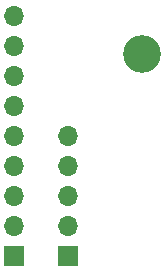
<source format=gbr>
%TF.GenerationSoftware,KiCad,Pcbnew,(6.0.7)*%
%TF.CreationDate,2022-09-05T16:04:27+02:00*%
%TF.ProjectId,autoprobe,6175746f-7072-46f6-9265-2e6b69636164,rev?*%
%TF.SameCoordinates,Original*%
%TF.FileFunction,Soldermask,Bot*%
%TF.FilePolarity,Negative*%
%FSLAX46Y46*%
G04 Gerber Fmt 4.6, Leading zero omitted, Abs format (unit mm)*
G04 Created by KiCad (PCBNEW (6.0.7)) date 2022-09-05 16:04:27*
%MOMM*%
%LPD*%
G01*
G04 APERTURE LIST*
%ADD10C,3.200000*%
%ADD11R,1.700000X1.700000*%
%ADD12O,1.700000X1.700000*%
G04 APERTURE END LIST*
D10*
%TO.C,H1*%
X151580000Y-82540000D03*
%TD*%
D11*
%TO.C,J1*%
X140705000Y-99655000D03*
D12*
X140705000Y-97115000D03*
X140705000Y-94575000D03*
X140705000Y-92035000D03*
X140705000Y-89495000D03*
X140705000Y-86955000D03*
X140705000Y-84415000D03*
X140705000Y-81875000D03*
X140705000Y-79335000D03*
%TD*%
D11*
%TO.C,J2*%
X145280000Y-99655000D03*
D12*
X145280000Y-97115000D03*
X145280000Y-94575000D03*
X145280000Y-92035000D03*
X145280000Y-89495000D03*
%TD*%
M02*

</source>
